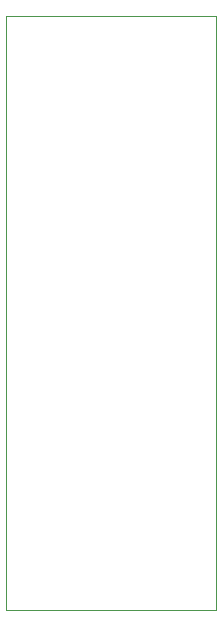
<source format=gbr>
G04 #@! TF.FileFunction,Profile,NP*
%FSLAX46Y46*%
G04 Gerber Fmt 4.6, Leading zero omitted, Abs format (unit mm)*
G04 Created by KiCad (PCBNEW 0.201508300901+6132~28~ubuntu15.04.1-product) date Thu 03 Sep 2015 23:07:28 CEST*
%MOMM*%
G01*
G04 APERTURE LIST*
%ADD10C,0.100000*%
G04 APERTURE END LIST*
D10*
X160782000Y-95250000D02*
X160782000Y-145542000D01*
X143002000Y-95250000D02*
X160782000Y-95250000D01*
X143002000Y-145542000D02*
X160782000Y-145542000D01*
X143002000Y-95250000D02*
X143002000Y-145542000D01*
M02*

</source>
